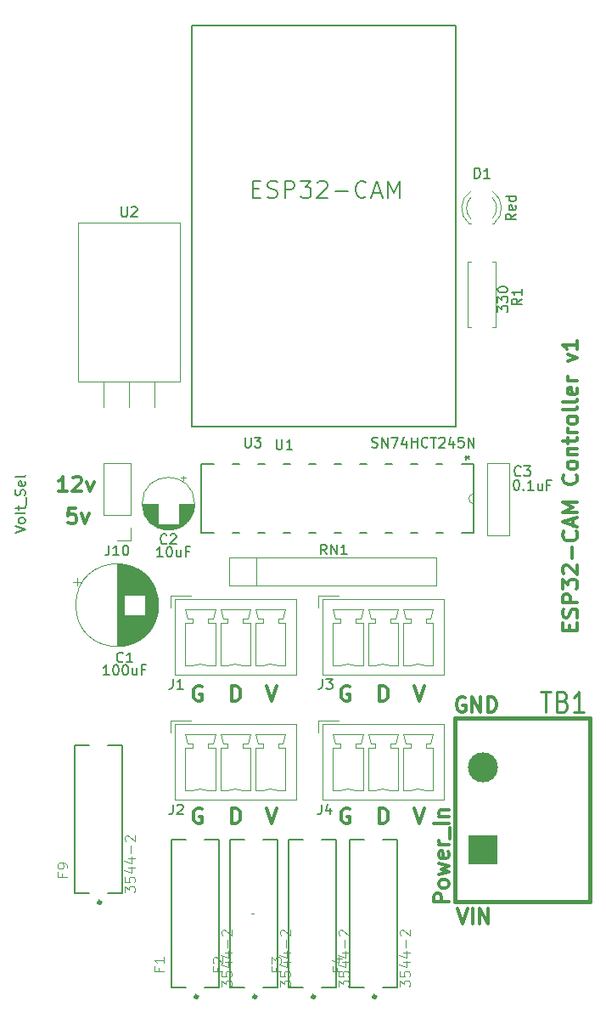
<source format=gbr>
G04 #@! TF.GenerationSoftware,KiCad,Pcbnew,(5.99.0-13060-g64f77b3596)*
G04 #@! TF.CreationDate,2021-11-07T13:08:28-05:00*
G04 #@! TF.ProjectId,ESP32_CAM_Controller,45535033-325f-4434-914d-5f436f6e7472,v1*
G04 #@! TF.SameCoordinates,Original*
G04 #@! TF.FileFunction,Legend,Top*
G04 #@! TF.FilePolarity,Positive*
%FSLAX46Y46*%
G04 Gerber Fmt 4.6, Leading zero omitted, Abs format (unit mm)*
G04 Created by KiCad (PCBNEW (5.99.0-13060-g64f77b3596)) date 2021-11-07 13:08:28*
%MOMM*%
%LPD*%
G01*
G04 APERTURE LIST*
%ADD10C,0.120000*%
%ADD11C,0.300000*%
%ADD12C,0.150000*%
%ADD13C,0.050000*%
%ADD14C,0.254000*%
%ADD15C,0.127000*%
%ADD16C,0.152400*%
%ADD17C,0.381000*%
%ADD18R,3.000000X3.000000*%
%ADD19C,3.000000*%
G04 APERTURE END LIST*
D10*
X141728000Y-124460000D02*
X141982000Y-124460000D01*
D11*
X173486857Y-96266857D02*
X173486857Y-95766857D01*
X174272571Y-95552571D02*
X174272571Y-96266857D01*
X172772571Y-96266857D01*
X172772571Y-95552571D01*
X174201142Y-94981142D02*
X174272571Y-94766857D01*
X174272571Y-94409714D01*
X174201142Y-94266857D01*
X174129714Y-94195428D01*
X173986857Y-94124000D01*
X173844000Y-94124000D01*
X173701142Y-94195428D01*
X173629714Y-94266857D01*
X173558285Y-94409714D01*
X173486857Y-94695428D01*
X173415428Y-94838285D01*
X173344000Y-94909714D01*
X173201142Y-94981142D01*
X173058285Y-94981142D01*
X172915428Y-94909714D01*
X172844000Y-94838285D01*
X172772571Y-94695428D01*
X172772571Y-94338285D01*
X172844000Y-94124000D01*
X174272571Y-93481142D02*
X172772571Y-93481142D01*
X172772571Y-92909714D01*
X172844000Y-92766857D01*
X172915428Y-92695428D01*
X173058285Y-92624000D01*
X173272571Y-92624000D01*
X173415428Y-92695428D01*
X173486857Y-92766857D01*
X173558285Y-92909714D01*
X173558285Y-93481142D01*
X172772571Y-92124000D02*
X172772571Y-91195428D01*
X173344000Y-91695428D01*
X173344000Y-91481142D01*
X173415428Y-91338285D01*
X173486857Y-91266857D01*
X173629714Y-91195428D01*
X173986857Y-91195428D01*
X174129714Y-91266857D01*
X174201142Y-91338285D01*
X174272571Y-91481142D01*
X174272571Y-91909714D01*
X174201142Y-92052571D01*
X174129714Y-92124000D01*
X172915428Y-90624000D02*
X172844000Y-90552571D01*
X172772571Y-90409714D01*
X172772571Y-90052571D01*
X172844000Y-89909714D01*
X172915428Y-89838285D01*
X173058285Y-89766857D01*
X173201142Y-89766857D01*
X173415428Y-89838285D01*
X174272571Y-90695428D01*
X174272571Y-89766857D01*
X173701142Y-89124000D02*
X173701142Y-87981142D01*
X174129714Y-86409714D02*
X174201142Y-86481142D01*
X174272571Y-86695428D01*
X174272571Y-86838285D01*
X174201142Y-87052571D01*
X174058285Y-87195428D01*
X173915428Y-87266857D01*
X173629714Y-87338285D01*
X173415428Y-87338285D01*
X173129714Y-87266857D01*
X172986857Y-87195428D01*
X172844000Y-87052571D01*
X172772571Y-86838285D01*
X172772571Y-86695428D01*
X172844000Y-86481142D01*
X172915428Y-86409714D01*
X173844000Y-85838285D02*
X173844000Y-85124000D01*
X174272571Y-85981142D02*
X172772571Y-85481142D01*
X174272571Y-84981142D01*
X174272571Y-84481142D02*
X172772571Y-84481142D01*
X173844000Y-83981142D01*
X172772571Y-83481142D01*
X174272571Y-83481142D01*
X174129714Y-80766857D02*
X174201142Y-80838285D01*
X174272571Y-81052571D01*
X174272571Y-81195428D01*
X174201142Y-81409714D01*
X174058285Y-81552571D01*
X173915428Y-81624000D01*
X173629714Y-81695428D01*
X173415428Y-81695428D01*
X173129714Y-81624000D01*
X172986857Y-81552571D01*
X172844000Y-81409714D01*
X172772571Y-81195428D01*
X172772571Y-81052571D01*
X172844000Y-80838285D01*
X172915428Y-80766857D01*
X174272571Y-79909714D02*
X174201142Y-80052571D01*
X174129714Y-80124000D01*
X173986857Y-80195428D01*
X173558285Y-80195428D01*
X173415428Y-80124000D01*
X173344000Y-80052571D01*
X173272571Y-79909714D01*
X173272571Y-79695428D01*
X173344000Y-79552571D01*
X173415428Y-79481142D01*
X173558285Y-79409714D01*
X173986857Y-79409714D01*
X174129714Y-79481142D01*
X174201142Y-79552571D01*
X174272571Y-79695428D01*
X174272571Y-79909714D01*
X173272571Y-78766857D02*
X174272571Y-78766857D01*
X173415428Y-78766857D02*
X173344000Y-78695428D01*
X173272571Y-78552571D01*
X173272571Y-78338285D01*
X173344000Y-78195428D01*
X173486857Y-78124000D01*
X174272571Y-78124000D01*
X173272571Y-77624000D02*
X173272571Y-77052571D01*
X172772571Y-77409714D02*
X174058285Y-77409714D01*
X174201142Y-77338285D01*
X174272571Y-77195428D01*
X174272571Y-77052571D01*
X174272571Y-76552571D02*
X173272571Y-76552571D01*
X173558285Y-76552571D02*
X173415428Y-76481142D01*
X173344000Y-76409714D01*
X173272571Y-76266857D01*
X173272571Y-76124000D01*
X174272571Y-75409714D02*
X174201142Y-75552571D01*
X174129714Y-75624000D01*
X173986857Y-75695428D01*
X173558285Y-75695428D01*
X173415428Y-75624000D01*
X173344000Y-75552571D01*
X173272571Y-75409714D01*
X173272571Y-75195428D01*
X173344000Y-75052571D01*
X173415428Y-74981142D01*
X173558285Y-74909714D01*
X173986857Y-74909714D01*
X174129714Y-74981142D01*
X174201142Y-75052571D01*
X174272571Y-75195428D01*
X174272571Y-75409714D01*
X174272571Y-74052571D02*
X174201142Y-74195428D01*
X174058285Y-74266857D01*
X172772571Y-74266857D01*
X174272571Y-73266857D02*
X174201142Y-73409714D01*
X174058285Y-73481142D01*
X172772571Y-73481142D01*
X174201142Y-72124000D02*
X174272571Y-72266857D01*
X174272571Y-72552571D01*
X174201142Y-72695428D01*
X174058285Y-72766857D01*
X173486857Y-72766857D01*
X173344000Y-72695428D01*
X173272571Y-72552571D01*
X173272571Y-72266857D01*
X173344000Y-72124000D01*
X173486857Y-72052571D01*
X173629714Y-72052571D01*
X173772571Y-72766857D01*
X174272571Y-71409714D02*
X173272571Y-71409714D01*
X173558285Y-71409714D02*
X173415428Y-71338285D01*
X173344000Y-71266857D01*
X173272571Y-71124000D01*
X173272571Y-70981142D01*
X173272571Y-69481142D02*
X174272571Y-69124000D01*
X173272571Y-68766857D01*
X174272571Y-67409714D02*
X174272571Y-68266857D01*
X174272571Y-67838285D02*
X172772571Y-67838285D01*
X172986857Y-67981142D01*
X173129714Y-68124000D01*
X173201142Y-68266857D01*
X154543142Y-115486571D02*
X154543142Y-113986571D01*
X154900285Y-113986571D01*
X155114571Y-114058000D01*
X155257428Y-114200857D01*
X155328857Y-114343714D01*
X155400285Y-114629428D01*
X155400285Y-114843714D01*
X155328857Y-115129428D01*
X155257428Y-115272285D01*
X155114571Y-115415142D01*
X154900285Y-115486571D01*
X154543142Y-115486571D01*
X157992000Y-101794571D02*
X158492000Y-103294571D01*
X158992000Y-101794571D01*
X151518857Y-101866000D02*
X151376000Y-101794571D01*
X151161714Y-101794571D01*
X150947428Y-101866000D01*
X150804571Y-102008857D01*
X150733142Y-102151714D01*
X150661714Y-102437428D01*
X150661714Y-102651714D01*
X150733142Y-102937428D01*
X150804571Y-103080285D01*
X150947428Y-103223142D01*
X151161714Y-103294571D01*
X151304571Y-103294571D01*
X151518857Y-103223142D01*
X151590285Y-103151714D01*
X151590285Y-102651714D01*
X151304571Y-102651714D01*
X157992000Y-113986571D02*
X158492000Y-115486571D01*
X158992000Y-113986571D01*
X143260000Y-101794571D02*
X143760000Y-103294571D01*
X144260000Y-101794571D01*
X124235714Y-84128571D02*
X123521428Y-84128571D01*
X123450000Y-84842857D01*
X123521428Y-84771428D01*
X123664285Y-84700000D01*
X124021428Y-84700000D01*
X124164285Y-84771428D01*
X124235714Y-84842857D01*
X124307142Y-84985714D01*
X124307142Y-85342857D01*
X124235714Y-85485714D01*
X124164285Y-85557142D01*
X124021428Y-85628571D01*
X123664285Y-85628571D01*
X123521428Y-85557142D01*
X123450000Y-85485714D01*
X124807142Y-84628571D02*
X125164285Y-85628571D01*
X125521428Y-84628571D01*
X151518857Y-114058000D02*
X151376000Y-113986571D01*
X151161714Y-113986571D01*
X150947428Y-114058000D01*
X150804571Y-114200857D01*
X150733142Y-114343714D01*
X150661714Y-114629428D01*
X150661714Y-114843714D01*
X150733142Y-115129428D01*
X150804571Y-115272285D01*
X150947428Y-115415142D01*
X151161714Y-115486571D01*
X151304571Y-115486571D01*
X151518857Y-115415142D01*
X151590285Y-115343714D01*
X151590285Y-114843714D01*
X151304571Y-114843714D01*
X154543142Y-103294571D02*
X154543142Y-101794571D01*
X154900285Y-101794571D01*
X155114571Y-101866000D01*
X155257428Y-102008857D01*
X155328857Y-102151714D01*
X155400285Y-102437428D01*
X155400285Y-102651714D01*
X155328857Y-102937428D01*
X155257428Y-103080285D01*
X155114571Y-103223142D01*
X154900285Y-103294571D01*
X154543142Y-103294571D01*
X123392857Y-82428571D02*
X122535714Y-82428571D01*
X122964285Y-82428571D02*
X122964285Y-80928571D01*
X122821428Y-81142857D01*
X122678571Y-81285714D01*
X122535714Y-81357142D01*
X123964285Y-81071428D02*
X124035714Y-81000000D01*
X124178571Y-80928571D01*
X124535714Y-80928571D01*
X124678571Y-81000000D01*
X124750000Y-81071428D01*
X124821428Y-81214285D01*
X124821428Y-81357142D01*
X124750000Y-81571428D01*
X123892857Y-82428571D01*
X124821428Y-82428571D01*
X125321428Y-81428571D02*
X125678571Y-82428571D01*
X126035714Y-81428571D01*
X136786857Y-101866000D02*
X136644000Y-101794571D01*
X136429714Y-101794571D01*
X136215428Y-101866000D01*
X136072571Y-102008857D01*
X136001142Y-102151714D01*
X135929714Y-102437428D01*
X135929714Y-102651714D01*
X136001142Y-102937428D01*
X136072571Y-103080285D01*
X136215428Y-103223142D01*
X136429714Y-103294571D01*
X136572571Y-103294571D01*
X136786857Y-103223142D01*
X136858285Y-103151714D01*
X136858285Y-102651714D01*
X136572571Y-102651714D01*
X139811142Y-103294571D02*
X139811142Y-101794571D01*
X140168285Y-101794571D01*
X140382571Y-101866000D01*
X140525428Y-102008857D01*
X140596857Y-102151714D01*
X140668285Y-102437428D01*
X140668285Y-102651714D01*
X140596857Y-102937428D01*
X140525428Y-103080285D01*
X140382571Y-103223142D01*
X140168285Y-103294571D01*
X139811142Y-103294571D01*
X136786857Y-114058000D02*
X136644000Y-113986571D01*
X136429714Y-113986571D01*
X136215428Y-114058000D01*
X136072571Y-114200857D01*
X136001142Y-114343714D01*
X135929714Y-114629428D01*
X135929714Y-114843714D01*
X136001142Y-115129428D01*
X136072571Y-115272285D01*
X136215428Y-115415142D01*
X136429714Y-115486571D01*
X136572571Y-115486571D01*
X136786857Y-115415142D01*
X136858285Y-115343714D01*
X136858285Y-114843714D01*
X136572571Y-114843714D01*
X143260000Y-113986571D02*
X143760000Y-115486571D01*
X144260000Y-113986571D01*
X139811142Y-115486571D02*
X139811142Y-113986571D01*
X140168285Y-113986571D01*
X140382571Y-114058000D01*
X140525428Y-114200857D01*
X140596857Y-114343714D01*
X140668285Y-114629428D01*
X140668285Y-114843714D01*
X140596857Y-115129428D01*
X140525428Y-115272285D01*
X140382571Y-115415142D01*
X140168285Y-115486571D01*
X139811142Y-115486571D01*
X162299142Y-123978571D02*
X162799142Y-125478571D01*
X163299142Y-123978571D01*
X163799142Y-125478571D02*
X163799142Y-123978571D01*
X164513428Y-125478571D02*
X164513428Y-123978571D01*
X165370571Y-125478571D01*
X165370571Y-123978571D01*
X163053142Y-102968000D02*
X162910285Y-102896571D01*
X162696000Y-102896571D01*
X162481714Y-102968000D01*
X162338857Y-103110857D01*
X162267428Y-103253714D01*
X162196000Y-103539428D01*
X162196000Y-103753714D01*
X162267428Y-104039428D01*
X162338857Y-104182285D01*
X162481714Y-104325142D01*
X162696000Y-104396571D01*
X162838857Y-104396571D01*
X163053142Y-104325142D01*
X163124571Y-104253714D01*
X163124571Y-103753714D01*
X162838857Y-103753714D01*
X163767428Y-104396571D02*
X163767428Y-102896571D01*
X164624571Y-104396571D01*
X164624571Y-102896571D01*
X165338857Y-104396571D02*
X165338857Y-102896571D01*
X165696000Y-102896571D01*
X165910285Y-102968000D01*
X166053142Y-103110857D01*
X166124571Y-103253714D01*
X166196000Y-103539428D01*
X166196000Y-103753714D01*
X166124571Y-104039428D01*
X166053142Y-104182285D01*
X165910285Y-104325142D01*
X165696000Y-104396571D01*
X165338857Y-104396571D01*
D12*
X168610333Y-80793142D02*
X168562714Y-80840761D01*
X168419857Y-80888380D01*
X168324619Y-80888380D01*
X168181761Y-80840761D01*
X168086523Y-80745523D01*
X168038904Y-80650285D01*
X167991285Y-80459809D01*
X167991285Y-80316952D01*
X168038904Y-80126476D01*
X168086523Y-80031238D01*
X168181761Y-79936000D01*
X168324619Y-79888380D01*
X168419857Y-79888380D01*
X168562714Y-79936000D01*
X168610333Y-79983619D01*
X168943666Y-79888380D02*
X169562714Y-79888380D01*
X169229380Y-80269333D01*
X169372238Y-80269333D01*
X169467476Y-80316952D01*
X169515095Y-80364571D01*
X169562714Y-80459809D01*
X169562714Y-80697904D01*
X169515095Y-80793142D01*
X169467476Y-80840761D01*
X169372238Y-80888380D01*
X169086523Y-80888380D01*
X168991285Y-80840761D01*
X168943666Y-80793142D01*
X168134142Y-81288380D02*
X168229380Y-81288380D01*
X168324619Y-81336000D01*
X168372238Y-81383619D01*
X168419857Y-81478857D01*
X168467476Y-81669333D01*
X168467476Y-81907428D01*
X168419857Y-82097904D01*
X168372238Y-82193142D01*
X168324619Y-82240761D01*
X168229380Y-82288380D01*
X168134142Y-82288380D01*
X168038904Y-82240761D01*
X167991285Y-82193142D01*
X167943666Y-82097904D01*
X167896047Y-81907428D01*
X167896047Y-81669333D01*
X167943666Y-81478857D01*
X167991285Y-81383619D01*
X168038904Y-81336000D01*
X168134142Y-81288380D01*
X168896047Y-82193142D02*
X168943666Y-82240761D01*
X168896047Y-82288380D01*
X168848428Y-82240761D01*
X168896047Y-82193142D01*
X168896047Y-82288380D01*
X169896047Y-82288380D02*
X169324619Y-82288380D01*
X169610333Y-82288380D02*
X169610333Y-81288380D01*
X169515095Y-81431238D01*
X169419857Y-81526476D01*
X169324619Y-81574095D01*
X170753190Y-81621714D02*
X170753190Y-82288380D01*
X170324619Y-81621714D02*
X170324619Y-82145523D01*
X170372238Y-82240761D01*
X170467476Y-82288380D01*
X170610333Y-82288380D01*
X170705571Y-82240761D01*
X170753190Y-82193142D01*
X171562714Y-81764571D02*
X171229380Y-81764571D01*
X171229380Y-82288380D02*
X171229380Y-81288380D01*
X171705571Y-81288380D01*
X148716666Y-113602380D02*
X148716666Y-114316666D01*
X148669047Y-114459523D01*
X148573809Y-114554761D01*
X148430952Y-114602380D01*
X148335714Y-114602380D01*
X149621428Y-113935714D02*
X149621428Y-114602380D01*
X149383333Y-113554761D02*
X149145238Y-114269047D01*
X149764285Y-114269047D01*
D13*
X138354571Y-129873333D02*
X138354571Y-130206666D01*
X138878380Y-130206666D02*
X137878380Y-130206666D01*
X137878380Y-129730476D01*
X137973619Y-129397142D02*
X137926000Y-129349523D01*
X137878380Y-129254285D01*
X137878380Y-129016190D01*
X137926000Y-128920952D01*
X137973619Y-128873333D01*
X138068857Y-128825714D01*
X138164095Y-128825714D01*
X138306952Y-128873333D01*
X138878380Y-129444761D01*
X138878380Y-128825714D01*
X144609380Y-131762142D02*
X144609380Y-131143095D01*
X144990333Y-131476428D01*
X144990333Y-131333571D01*
X145037952Y-131238333D01*
X145085571Y-131190714D01*
X145180809Y-131143095D01*
X145418904Y-131143095D01*
X145514142Y-131190714D01*
X145561761Y-131238333D01*
X145609380Y-131333571D01*
X145609380Y-131619285D01*
X145561761Y-131714523D01*
X145514142Y-131762142D01*
X144609380Y-130238333D02*
X144609380Y-130714523D01*
X145085571Y-130762142D01*
X145037952Y-130714523D01*
X144990333Y-130619285D01*
X144990333Y-130381190D01*
X145037952Y-130285952D01*
X145085571Y-130238333D01*
X145180809Y-130190714D01*
X145418904Y-130190714D01*
X145514142Y-130238333D01*
X145561761Y-130285952D01*
X145609380Y-130381190D01*
X145609380Y-130619285D01*
X145561761Y-130714523D01*
X145514142Y-130762142D01*
X144942714Y-129333571D02*
X145609380Y-129333571D01*
X144561761Y-129571666D02*
X145276047Y-129809761D01*
X145276047Y-129190714D01*
X144942714Y-128381190D02*
X145609380Y-128381190D01*
X144561761Y-128619285D02*
X145276047Y-128857380D01*
X145276047Y-128238333D01*
X145228428Y-127857380D02*
X145228428Y-127095476D01*
X144704619Y-126666904D02*
X144657000Y-126619285D01*
X144609380Y-126524047D01*
X144609380Y-126285952D01*
X144657000Y-126190714D01*
X144704619Y-126143095D01*
X144799857Y-126095476D01*
X144895095Y-126095476D01*
X145037952Y-126143095D01*
X145609380Y-126714523D01*
X145609380Y-126095476D01*
X132512571Y-129873333D02*
X132512571Y-130206666D01*
X133036380Y-130206666D02*
X132036380Y-130206666D01*
X132036380Y-129730476D01*
X133036380Y-128825714D02*
X133036380Y-129397142D01*
X133036380Y-129111428D02*
X132036380Y-129111428D01*
X132179238Y-129206666D01*
X132274476Y-129301904D01*
X132322095Y-129397142D01*
X138767380Y-131762142D02*
X138767380Y-131143095D01*
X139148333Y-131476428D01*
X139148333Y-131333571D01*
X139195952Y-131238333D01*
X139243571Y-131190714D01*
X139338809Y-131143095D01*
X139576904Y-131143095D01*
X139672142Y-131190714D01*
X139719761Y-131238333D01*
X139767380Y-131333571D01*
X139767380Y-131619285D01*
X139719761Y-131714523D01*
X139672142Y-131762142D01*
X138767380Y-130238333D02*
X138767380Y-130714523D01*
X139243571Y-130762142D01*
X139195952Y-130714523D01*
X139148333Y-130619285D01*
X139148333Y-130381190D01*
X139195952Y-130285952D01*
X139243571Y-130238333D01*
X139338809Y-130190714D01*
X139576904Y-130190714D01*
X139672142Y-130238333D01*
X139719761Y-130285952D01*
X139767380Y-130381190D01*
X139767380Y-130619285D01*
X139719761Y-130714523D01*
X139672142Y-130762142D01*
X139100714Y-129333571D02*
X139767380Y-129333571D01*
X138719761Y-129571666D02*
X139434047Y-129809761D01*
X139434047Y-129190714D01*
X139100714Y-128381190D02*
X139767380Y-128381190D01*
X138719761Y-128619285D02*
X139434047Y-128857380D01*
X139434047Y-128238333D01*
X139386428Y-127857380D02*
X139386428Y-127095476D01*
X138862619Y-126666904D02*
X138815000Y-126619285D01*
X138767380Y-126524047D01*
X138767380Y-126285952D01*
X138815000Y-126190714D01*
X138862619Y-126143095D01*
X138957857Y-126095476D01*
X139053095Y-126095476D01*
X139195952Y-126143095D01*
X139767380Y-126714523D01*
X139767380Y-126095476D01*
D12*
X133916666Y-113602380D02*
X133916666Y-114316666D01*
X133869047Y-114459523D01*
X133773809Y-114554761D01*
X133630952Y-114602380D01*
X133535714Y-114602380D01*
X134345238Y-113697619D02*
X134392857Y-113650000D01*
X134488095Y-113602380D01*
X134726190Y-113602380D01*
X134821428Y-113650000D01*
X134869047Y-113697619D01*
X134916666Y-113792857D01*
X134916666Y-113888095D01*
X134869047Y-114030952D01*
X134297619Y-114602380D01*
X134916666Y-114602380D01*
D13*
X122860571Y-120475333D02*
X122860571Y-120808666D01*
X123384380Y-120808666D02*
X122384380Y-120808666D01*
X122384380Y-120332476D01*
X123384380Y-119903904D02*
X123384380Y-119713428D01*
X123336761Y-119618190D01*
X123289142Y-119570571D01*
X123146285Y-119475333D01*
X122955809Y-119427714D01*
X122574857Y-119427714D01*
X122479619Y-119475333D01*
X122432000Y-119522952D01*
X122384380Y-119618190D01*
X122384380Y-119808666D01*
X122432000Y-119903904D01*
X122479619Y-119951523D01*
X122574857Y-119999142D01*
X122812952Y-119999142D01*
X122908190Y-119951523D01*
X122955809Y-119903904D01*
X123003428Y-119808666D01*
X123003428Y-119618190D01*
X122955809Y-119522952D01*
X122908190Y-119475333D01*
X122812952Y-119427714D01*
X129115380Y-122364142D02*
X129115380Y-121745095D01*
X129496333Y-122078428D01*
X129496333Y-121935571D01*
X129543952Y-121840333D01*
X129591571Y-121792714D01*
X129686809Y-121745095D01*
X129924904Y-121745095D01*
X130020142Y-121792714D01*
X130067761Y-121840333D01*
X130115380Y-121935571D01*
X130115380Y-122221285D01*
X130067761Y-122316523D01*
X130020142Y-122364142D01*
X129115380Y-120840333D02*
X129115380Y-121316523D01*
X129591571Y-121364142D01*
X129543952Y-121316523D01*
X129496333Y-121221285D01*
X129496333Y-120983190D01*
X129543952Y-120887952D01*
X129591571Y-120840333D01*
X129686809Y-120792714D01*
X129924904Y-120792714D01*
X130020142Y-120840333D01*
X130067761Y-120887952D01*
X130115380Y-120983190D01*
X130115380Y-121221285D01*
X130067761Y-121316523D01*
X130020142Y-121364142D01*
X129448714Y-119935571D02*
X130115380Y-119935571D01*
X129067761Y-120173666D02*
X129782047Y-120411761D01*
X129782047Y-119792714D01*
X129448714Y-118983190D02*
X130115380Y-118983190D01*
X129067761Y-119221285D02*
X129782047Y-119459380D01*
X129782047Y-118840333D01*
X129734428Y-118459380D02*
X129734428Y-117697476D01*
X129210619Y-117268904D02*
X129163000Y-117221285D01*
X129115380Y-117126047D01*
X129115380Y-116887952D01*
X129163000Y-116792714D01*
X129210619Y-116745095D01*
X129305857Y-116697476D01*
X129401095Y-116697476D01*
X129543952Y-116745095D01*
X130115380Y-117316523D01*
X130115380Y-116697476D01*
X150292571Y-129873333D02*
X150292571Y-130206666D01*
X150816380Y-130206666D02*
X149816380Y-130206666D01*
X149816380Y-129730476D01*
X150149714Y-128920952D02*
X150816380Y-128920952D01*
X149768761Y-129159047D02*
X150483047Y-129397142D01*
X150483047Y-128778095D01*
X156547380Y-131762142D02*
X156547380Y-131143095D01*
X156928333Y-131476428D01*
X156928333Y-131333571D01*
X156975952Y-131238333D01*
X157023571Y-131190714D01*
X157118809Y-131143095D01*
X157356904Y-131143095D01*
X157452142Y-131190714D01*
X157499761Y-131238333D01*
X157547380Y-131333571D01*
X157547380Y-131619285D01*
X157499761Y-131714523D01*
X157452142Y-131762142D01*
X156547380Y-130238333D02*
X156547380Y-130714523D01*
X157023571Y-130762142D01*
X156975952Y-130714523D01*
X156928333Y-130619285D01*
X156928333Y-130381190D01*
X156975952Y-130285952D01*
X157023571Y-130238333D01*
X157118809Y-130190714D01*
X157356904Y-130190714D01*
X157452142Y-130238333D01*
X157499761Y-130285952D01*
X157547380Y-130381190D01*
X157547380Y-130619285D01*
X157499761Y-130714523D01*
X157452142Y-130762142D01*
X156880714Y-129333571D02*
X157547380Y-129333571D01*
X156499761Y-129571666D02*
X157214047Y-129809761D01*
X157214047Y-129190714D01*
X156880714Y-128381190D02*
X157547380Y-128381190D01*
X156499761Y-128619285D02*
X157214047Y-128857380D01*
X157214047Y-128238333D01*
X157166428Y-127857380D02*
X157166428Y-127095476D01*
X156642619Y-126666904D02*
X156595000Y-126619285D01*
X156547380Y-126524047D01*
X156547380Y-126285952D01*
X156595000Y-126190714D01*
X156642619Y-126143095D01*
X156737857Y-126095476D01*
X156833095Y-126095476D01*
X156975952Y-126143095D01*
X157547380Y-126714523D01*
X157547380Y-126095476D01*
D12*
X128933333Y-99357142D02*
X128885714Y-99404761D01*
X128742857Y-99452380D01*
X128647619Y-99452380D01*
X128504761Y-99404761D01*
X128409523Y-99309523D01*
X128361904Y-99214285D01*
X128314285Y-99023809D01*
X128314285Y-98880952D01*
X128361904Y-98690476D01*
X128409523Y-98595238D01*
X128504761Y-98500000D01*
X128647619Y-98452380D01*
X128742857Y-98452380D01*
X128885714Y-98500000D01*
X128933333Y-98547619D01*
X129885714Y-99452380D02*
X129314285Y-99452380D01*
X129600000Y-99452380D02*
X129600000Y-98452380D01*
X129504761Y-98595238D01*
X129409523Y-98690476D01*
X129314285Y-98738095D01*
X127552380Y-100702380D02*
X126980952Y-100702380D01*
X127266666Y-100702380D02*
X127266666Y-99702380D01*
X127171428Y-99845238D01*
X127076190Y-99940476D01*
X126980952Y-99988095D01*
X128171428Y-99702380D02*
X128266666Y-99702380D01*
X128361904Y-99750000D01*
X128409523Y-99797619D01*
X128457142Y-99892857D01*
X128504761Y-100083333D01*
X128504761Y-100321428D01*
X128457142Y-100511904D01*
X128409523Y-100607142D01*
X128361904Y-100654761D01*
X128266666Y-100702380D01*
X128171428Y-100702380D01*
X128076190Y-100654761D01*
X128028571Y-100607142D01*
X127980952Y-100511904D01*
X127933333Y-100321428D01*
X127933333Y-100083333D01*
X127980952Y-99892857D01*
X128028571Y-99797619D01*
X128076190Y-99750000D01*
X128171428Y-99702380D01*
X129123809Y-99702380D02*
X129219047Y-99702380D01*
X129314285Y-99750000D01*
X129361904Y-99797619D01*
X129409523Y-99892857D01*
X129457142Y-100083333D01*
X129457142Y-100321428D01*
X129409523Y-100511904D01*
X129361904Y-100607142D01*
X129314285Y-100654761D01*
X129219047Y-100702380D01*
X129123809Y-100702380D01*
X129028571Y-100654761D01*
X128980952Y-100607142D01*
X128933333Y-100511904D01*
X128885714Y-100321428D01*
X128885714Y-100083333D01*
X128933333Y-99892857D01*
X128980952Y-99797619D01*
X129028571Y-99750000D01*
X129123809Y-99702380D01*
X130314285Y-100035714D02*
X130314285Y-100702380D01*
X129885714Y-100035714D02*
X129885714Y-100559523D01*
X129933333Y-100654761D01*
X130028571Y-100702380D01*
X130171428Y-100702380D01*
X130266666Y-100654761D01*
X130314285Y-100607142D01*
X131123809Y-100178571D02*
X130790476Y-100178571D01*
X130790476Y-100702380D02*
X130790476Y-99702380D01*
X131266666Y-99702380D01*
X133295333Y-87565142D02*
X133247714Y-87612761D01*
X133104857Y-87660380D01*
X133009619Y-87660380D01*
X132866761Y-87612761D01*
X132771523Y-87517523D01*
X132723904Y-87422285D01*
X132676285Y-87231809D01*
X132676285Y-87088952D01*
X132723904Y-86898476D01*
X132771523Y-86803238D01*
X132866761Y-86708000D01*
X133009619Y-86660380D01*
X133104857Y-86660380D01*
X133247714Y-86708000D01*
X133295333Y-86755619D01*
X133676285Y-86755619D02*
X133723904Y-86708000D01*
X133819142Y-86660380D01*
X134057238Y-86660380D01*
X134152476Y-86708000D01*
X134200095Y-86755619D01*
X134247714Y-86850857D01*
X134247714Y-86946095D01*
X134200095Y-87088952D01*
X133628666Y-87660380D01*
X134247714Y-87660380D01*
X132898571Y-88930380D02*
X132327142Y-88930380D01*
X132612857Y-88930380D02*
X132612857Y-87930380D01*
X132517619Y-88073238D01*
X132422380Y-88168476D01*
X132327142Y-88216095D01*
X133517619Y-87930380D02*
X133612857Y-87930380D01*
X133708095Y-87978000D01*
X133755714Y-88025619D01*
X133803333Y-88120857D01*
X133850952Y-88311333D01*
X133850952Y-88549428D01*
X133803333Y-88739904D01*
X133755714Y-88835142D01*
X133708095Y-88882761D01*
X133612857Y-88930380D01*
X133517619Y-88930380D01*
X133422380Y-88882761D01*
X133374761Y-88835142D01*
X133327142Y-88739904D01*
X133279523Y-88549428D01*
X133279523Y-88311333D01*
X133327142Y-88120857D01*
X133374761Y-88025619D01*
X133422380Y-87978000D01*
X133517619Y-87930380D01*
X134708095Y-88263714D02*
X134708095Y-88930380D01*
X134279523Y-88263714D02*
X134279523Y-88787523D01*
X134327142Y-88882761D01*
X134422380Y-88930380D01*
X134565238Y-88930380D01*
X134660476Y-88882761D01*
X134708095Y-88835142D01*
X135517619Y-88406571D02*
X135184285Y-88406571D01*
X135184285Y-88930380D02*
X135184285Y-87930380D01*
X135660476Y-87930380D01*
X148816666Y-101102380D02*
X148816666Y-101816666D01*
X148769047Y-101959523D01*
X148673809Y-102054761D01*
X148530952Y-102102380D01*
X148435714Y-102102380D01*
X149197619Y-101102380D02*
X149816666Y-101102380D01*
X149483333Y-101483333D01*
X149626190Y-101483333D01*
X149721428Y-101530952D01*
X149769047Y-101578571D01*
X149816666Y-101673809D01*
X149816666Y-101911904D01*
X149769047Y-102007142D01*
X149721428Y-102054761D01*
X149626190Y-102102380D01*
X149340476Y-102102380D01*
X149245238Y-102054761D01*
X149197619Y-102007142D01*
D13*
X144196571Y-129873333D02*
X144196571Y-130206666D01*
X144720380Y-130206666D02*
X143720380Y-130206666D01*
X143720380Y-129730476D01*
X143720380Y-129444761D02*
X143720380Y-128825714D01*
X144101333Y-129159047D01*
X144101333Y-129016190D01*
X144148952Y-128920952D01*
X144196571Y-128873333D01*
X144291809Y-128825714D01*
X144529904Y-128825714D01*
X144625142Y-128873333D01*
X144672761Y-128920952D01*
X144720380Y-129016190D01*
X144720380Y-129301904D01*
X144672761Y-129397142D01*
X144625142Y-129444761D01*
X150451380Y-131762142D02*
X150451380Y-131143095D01*
X150832333Y-131476428D01*
X150832333Y-131333571D01*
X150879952Y-131238333D01*
X150927571Y-131190714D01*
X151022809Y-131143095D01*
X151260904Y-131143095D01*
X151356142Y-131190714D01*
X151403761Y-131238333D01*
X151451380Y-131333571D01*
X151451380Y-131619285D01*
X151403761Y-131714523D01*
X151356142Y-131762142D01*
X150451380Y-130238333D02*
X150451380Y-130714523D01*
X150927571Y-130762142D01*
X150879952Y-130714523D01*
X150832333Y-130619285D01*
X150832333Y-130381190D01*
X150879952Y-130285952D01*
X150927571Y-130238333D01*
X151022809Y-130190714D01*
X151260904Y-130190714D01*
X151356142Y-130238333D01*
X151403761Y-130285952D01*
X151451380Y-130381190D01*
X151451380Y-130619285D01*
X151403761Y-130714523D01*
X151356142Y-130762142D01*
X150784714Y-129333571D02*
X151451380Y-129333571D01*
X150403761Y-129571666D02*
X151118047Y-129809761D01*
X151118047Y-129190714D01*
X150784714Y-128381190D02*
X151451380Y-128381190D01*
X150403761Y-128619285D02*
X151118047Y-128857380D01*
X151118047Y-128238333D01*
X151070428Y-127857380D02*
X151070428Y-127095476D01*
X150546619Y-126666904D02*
X150499000Y-126619285D01*
X150451380Y-126524047D01*
X150451380Y-126285952D01*
X150499000Y-126190714D01*
X150546619Y-126143095D01*
X150641857Y-126095476D01*
X150737095Y-126095476D01*
X150879952Y-126143095D01*
X151451380Y-126714523D01*
X151451380Y-126095476D01*
D12*
X141115095Y-77038380D02*
X141115095Y-77847904D01*
X141162714Y-77943142D01*
X141210333Y-77990761D01*
X141305571Y-78038380D01*
X141496047Y-78038380D01*
X141591285Y-77990761D01*
X141638904Y-77943142D01*
X141686523Y-77847904D01*
X141686523Y-77038380D01*
X142067476Y-77038380D02*
X142686523Y-77038380D01*
X142353190Y-77419333D01*
X142496047Y-77419333D01*
X142591285Y-77466952D01*
X142638904Y-77514571D01*
X142686523Y-77609809D01*
X142686523Y-77847904D01*
X142638904Y-77943142D01*
X142591285Y-77990761D01*
X142496047Y-78038380D01*
X142210333Y-78038380D01*
X142115095Y-77990761D01*
X142067476Y-77943142D01*
X153757952Y-77990761D02*
X153900809Y-78038380D01*
X154138904Y-78038380D01*
X154234142Y-77990761D01*
X154281761Y-77943142D01*
X154329380Y-77847904D01*
X154329380Y-77752666D01*
X154281761Y-77657428D01*
X154234142Y-77609809D01*
X154138904Y-77562190D01*
X153948428Y-77514571D01*
X153853190Y-77466952D01*
X153805571Y-77419333D01*
X153757952Y-77324095D01*
X153757952Y-77228857D01*
X153805571Y-77133619D01*
X153853190Y-77086000D01*
X153948428Y-77038380D01*
X154186523Y-77038380D01*
X154329380Y-77086000D01*
X154757952Y-78038380D02*
X154757952Y-77038380D01*
X155329380Y-78038380D01*
X155329380Y-77038380D01*
X155710333Y-77038380D02*
X156377000Y-77038380D01*
X155948428Y-78038380D01*
X157186523Y-77371714D02*
X157186523Y-78038380D01*
X156948428Y-76990761D02*
X156710333Y-77705047D01*
X157329380Y-77705047D01*
X157710333Y-78038380D02*
X157710333Y-77038380D01*
X157710333Y-77514571D02*
X158281761Y-77514571D01*
X158281761Y-78038380D02*
X158281761Y-77038380D01*
X159329380Y-77943142D02*
X159281761Y-77990761D01*
X159138904Y-78038380D01*
X159043666Y-78038380D01*
X158900809Y-77990761D01*
X158805571Y-77895523D01*
X158757952Y-77800285D01*
X158710333Y-77609809D01*
X158710333Y-77466952D01*
X158757952Y-77276476D01*
X158805571Y-77181238D01*
X158900809Y-77086000D01*
X159043666Y-77038380D01*
X159138904Y-77038380D01*
X159281761Y-77086000D01*
X159329380Y-77133619D01*
X159615095Y-77038380D02*
X160186523Y-77038380D01*
X159900809Y-78038380D02*
X159900809Y-77038380D01*
X160472238Y-77133619D02*
X160519857Y-77086000D01*
X160615095Y-77038380D01*
X160853190Y-77038380D01*
X160948428Y-77086000D01*
X160996047Y-77133619D01*
X161043666Y-77228857D01*
X161043666Y-77324095D01*
X160996047Y-77466952D01*
X160424619Y-78038380D01*
X161043666Y-78038380D01*
X161900809Y-77371714D02*
X161900809Y-78038380D01*
X161662714Y-76990761D02*
X161424619Y-77705047D01*
X162043666Y-77705047D01*
X162900809Y-77038380D02*
X162424619Y-77038380D01*
X162377000Y-77514571D01*
X162424619Y-77466952D01*
X162519857Y-77419333D01*
X162757952Y-77419333D01*
X162853190Y-77466952D01*
X162900809Y-77514571D01*
X162948428Y-77609809D01*
X162948428Y-77847904D01*
X162900809Y-77943142D01*
X162853190Y-77990761D01*
X162757952Y-78038380D01*
X162519857Y-78038380D01*
X162424619Y-77990761D01*
X162377000Y-77943142D01*
X163377000Y-78038380D02*
X163377000Y-77038380D01*
X163948428Y-78038380D01*
X163948428Y-77038380D01*
X163029380Y-79036000D02*
X163267476Y-79036000D01*
X163172238Y-79274095D02*
X163267476Y-79036000D01*
X163172238Y-78797904D01*
X163457952Y-79178857D02*
X163267476Y-79036000D01*
X163457952Y-78893142D01*
X133916666Y-101102380D02*
X133916666Y-101816666D01*
X133869047Y-101959523D01*
X133773809Y-102054761D01*
X133630952Y-102102380D01*
X133535714Y-102102380D01*
X134916666Y-102102380D02*
X134345238Y-102102380D01*
X134630952Y-102102380D02*
X134630952Y-101102380D01*
X134535714Y-101245238D01*
X134440476Y-101340476D01*
X134345238Y-101388095D01*
X149259523Y-88702380D02*
X148926190Y-88226190D01*
X148688095Y-88702380D02*
X148688095Y-87702380D01*
X149069047Y-87702380D01*
X149164285Y-87750000D01*
X149211904Y-87797619D01*
X149259523Y-87892857D01*
X149259523Y-88035714D01*
X149211904Y-88130952D01*
X149164285Y-88178571D01*
X149069047Y-88226190D01*
X148688095Y-88226190D01*
X149688095Y-88702380D02*
X149688095Y-87702380D01*
X150259523Y-88702380D01*
X150259523Y-87702380D01*
X151259523Y-88702380D02*
X150688095Y-88702380D01*
X150973809Y-88702380D02*
X150973809Y-87702380D01*
X150878571Y-87845238D01*
X150783333Y-87940476D01*
X150688095Y-87988095D01*
X164011904Y-51202380D02*
X164011904Y-50202380D01*
X164250000Y-50202380D01*
X164392857Y-50250000D01*
X164488095Y-50345238D01*
X164535714Y-50440476D01*
X164583333Y-50630952D01*
X164583333Y-50773809D01*
X164535714Y-50964285D01*
X164488095Y-51059523D01*
X164392857Y-51154761D01*
X164250000Y-51202380D01*
X164011904Y-51202380D01*
X165535714Y-51202380D02*
X164964285Y-51202380D01*
X165250000Y-51202380D02*
X165250000Y-50202380D01*
X165154761Y-50345238D01*
X165059523Y-50440476D01*
X164964285Y-50488095D01*
X168116380Y-54759428D02*
X167640190Y-55092761D01*
X168116380Y-55330857D02*
X167116380Y-55330857D01*
X167116380Y-54949904D01*
X167164000Y-54854666D01*
X167211619Y-54807047D01*
X167306857Y-54759428D01*
X167449714Y-54759428D01*
X167544952Y-54807047D01*
X167592571Y-54854666D01*
X167640190Y-54949904D01*
X167640190Y-55330857D01*
X168068761Y-53949904D02*
X168116380Y-54045142D01*
X168116380Y-54235619D01*
X168068761Y-54330857D01*
X167973523Y-54378476D01*
X167592571Y-54378476D01*
X167497333Y-54330857D01*
X167449714Y-54235619D01*
X167449714Y-54045142D01*
X167497333Y-53949904D01*
X167592571Y-53902285D01*
X167687809Y-53902285D01*
X167783047Y-54378476D01*
X168116380Y-53045142D02*
X167116380Y-53045142D01*
X168068761Y-53045142D02*
X168116380Y-53140380D01*
X168116380Y-53330857D01*
X168068761Y-53426095D01*
X168021142Y-53473714D01*
X167925904Y-53521333D01*
X167640190Y-53521333D01*
X167544952Y-53473714D01*
X167497333Y-53426095D01*
X167449714Y-53330857D01*
X167449714Y-53140380D01*
X167497333Y-53045142D01*
X168712380Y-63226666D02*
X168236190Y-63560000D01*
X168712380Y-63798095D02*
X167712380Y-63798095D01*
X167712380Y-63417142D01*
X167760000Y-63321904D01*
X167807619Y-63274285D01*
X167902857Y-63226666D01*
X168045714Y-63226666D01*
X168140952Y-63274285D01*
X168188571Y-63321904D01*
X168236190Y-63417142D01*
X168236190Y-63798095D01*
X168712380Y-62274285D02*
X168712380Y-62845714D01*
X168712380Y-62560000D02*
X167712380Y-62560000D01*
X167855238Y-62655238D01*
X167950476Y-62750476D01*
X167998095Y-62845714D01*
X166312380Y-64545714D02*
X166312380Y-63926666D01*
X166693333Y-64260000D01*
X166693333Y-64117142D01*
X166740952Y-64021904D01*
X166788571Y-63974285D01*
X166883809Y-63926666D01*
X167121904Y-63926666D01*
X167217142Y-63974285D01*
X167264761Y-64021904D01*
X167312380Y-64117142D01*
X167312380Y-64402857D01*
X167264761Y-64498095D01*
X167217142Y-64545714D01*
X166312380Y-63593333D02*
X166312380Y-62974285D01*
X166693333Y-63307619D01*
X166693333Y-63164761D01*
X166740952Y-63069523D01*
X166788571Y-63021904D01*
X166883809Y-62974285D01*
X167121904Y-62974285D01*
X167217142Y-63021904D01*
X167264761Y-63069523D01*
X167312380Y-63164761D01*
X167312380Y-63450476D01*
X167264761Y-63545714D01*
X167217142Y-63593333D01*
X166312380Y-62355238D02*
X166312380Y-62260000D01*
X166360000Y-62164761D01*
X166407619Y-62117142D01*
X166502857Y-62069523D01*
X166693333Y-62021904D01*
X166931428Y-62021904D01*
X167121904Y-62069523D01*
X167217142Y-62117142D01*
X167264761Y-62164761D01*
X167312380Y-62260000D01*
X167312380Y-62355238D01*
X167264761Y-62450476D01*
X167217142Y-62498095D01*
X167121904Y-62545714D01*
X166931428Y-62593333D01*
X166693333Y-62593333D01*
X166502857Y-62545714D01*
X166407619Y-62498095D01*
X166360000Y-62450476D01*
X166312380Y-62355238D01*
X128774095Y-54056380D02*
X128774095Y-54865904D01*
X128821714Y-54961142D01*
X128869333Y-55008761D01*
X128964571Y-55056380D01*
X129155047Y-55056380D01*
X129250285Y-55008761D01*
X129297904Y-54961142D01*
X129345523Y-54865904D01*
X129345523Y-54056380D01*
X129774095Y-54151619D02*
X129821714Y-54104000D01*
X129916952Y-54056380D01*
X130155047Y-54056380D01*
X130250285Y-54104000D01*
X130297904Y-54151619D01*
X130345523Y-54246857D01*
X130345523Y-54342095D01*
X130297904Y-54484952D01*
X129726476Y-55056380D01*
X130345523Y-55056380D01*
X127540476Y-87782380D02*
X127540476Y-88496666D01*
X127492857Y-88639523D01*
X127397619Y-88734761D01*
X127254761Y-88782380D01*
X127159523Y-88782380D01*
X128540476Y-88782380D02*
X127969047Y-88782380D01*
X128254761Y-88782380D02*
X128254761Y-87782380D01*
X128159523Y-87925238D01*
X128064285Y-88020476D01*
X127969047Y-88068095D01*
X129159523Y-87782380D02*
X129254761Y-87782380D01*
X129350000Y-87830000D01*
X129397619Y-87877619D01*
X129445238Y-87972857D01*
X129492857Y-88163333D01*
X129492857Y-88401428D01*
X129445238Y-88591904D01*
X129397619Y-88687142D01*
X129350000Y-88734761D01*
X129254761Y-88782380D01*
X129159523Y-88782380D01*
X129064285Y-88734761D01*
X129016666Y-88687142D01*
X128969047Y-88591904D01*
X128921428Y-88401428D01*
X128921428Y-88163333D01*
X128969047Y-87972857D01*
X129016666Y-87877619D01*
X129064285Y-87830000D01*
X129159523Y-87782380D01*
X118182380Y-86532952D02*
X119182380Y-86199619D01*
X118182380Y-85866285D01*
X119182380Y-85390095D02*
X119134761Y-85485333D01*
X119087142Y-85532952D01*
X118991904Y-85580571D01*
X118706190Y-85580571D01*
X118610952Y-85532952D01*
X118563333Y-85485333D01*
X118515714Y-85390095D01*
X118515714Y-85247238D01*
X118563333Y-85152000D01*
X118610952Y-85104380D01*
X118706190Y-85056761D01*
X118991904Y-85056761D01*
X119087142Y-85104380D01*
X119134761Y-85152000D01*
X119182380Y-85247238D01*
X119182380Y-85390095D01*
X119182380Y-84485333D02*
X119134761Y-84580571D01*
X119039523Y-84628190D01*
X118182380Y-84628190D01*
X118515714Y-84247238D02*
X118515714Y-83866285D01*
X118182380Y-84104380D02*
X119039523Y-84104380D01*
X119134761Y-84056761D01*
X119182380Y-83961523D01*
X119182380Y-83866285D01*
X119277619Y-83771047D02*
X119277619Y-83009142D01*
X119134761Y-82818666D02*
X119182380Y-82675809D01*
X119182380Y-82437714D01*
X119134761Y-82342476D01*
X119087142Y-82294857D01*
X118991904Y-82247238D01*
X118896666Y-82247238D01*
X118801428Y-82294857D01*
X118753809Y-82342476D01*
X118706190Y-82437714D01*
X118658571Y-82628190D01*
X118610952Y-82723428D01*
X118563333Y-82771047D01*
X118468095Y-82818666D01*
X118372857Y-82818666D01*
X118277619Y-82771047D01*
X118230000Y-82723428D01*
X118182380Y-82628190D01*
X118182380Y-82390095D01*
X118230000Y-82247238D01*
X119134761Y-81437714D02*
X119182380Y-81532952D01*
X119182380Y-81723428D01*
X119134761Y-81818666D01*
X119039523Y-81866285D01*
X118658571Y-81866285D01*
X118563333Y-81818666D01*
X118515714Y-81723428D01*
X118515714Y-81532952D01*
X118563333Y-81437714D01*
X118658571Y-81390095D01*
X118753809Y-81390095D01*
X118849047Y-81866285D01*
X119182380Y-80818666D02*
X119134761Y-80913904D01*
X119039523Y-80961523D01*
X118182380Y-80961523D01*
D14*
X170588333Y-102351238D02*
X171604333Y-102351238D01*
X171096333Y-104383238D02*
X171096333Y-102351238D01*
X172789666Y-103318857D02*
X173043666Y-103415619D01*
X173128333Y-103512380D01*
X173213000Y-103705904D01*
X173213000Y-103996190D01*
X173128333Y-104189714D01*
X173043666Y-104286476D01*
X172874333Y-104383238D01*
X172197000Y-104383238D01*
X172197000Y-102351238D01*
X172789666Y-102351238D01*
X172959000Y-102448000D01*
X173043666Y-102544761D01*
X173128333Y-102738285D01*
X173128333Y-102931809D01*
X173043666Y-103125333D01*
X172959000Y-103222095D01*
X172789666Y-103318857D01*
X172197000Y-103318857D01*
X174906333Y-104383238D02*
X173890333Y-104383238D01*
X174398333Y-104383238D02*
X174398333Y-102351238D01*
X174229000Y-102641523D01*
X174059666Y-102835047D01*
X173890333Y-102931809D01*
D11*
X161428571Y-123321428D02*
X159928571Y-123321428D01*
X159928571Y-122750000D01*
X160000000Y-122607142D01*
X160071428Y-122535714D01*
X160214285Y-122464285D01*
X160428571Y-122464285D01*
X160571428Y-122535714D01*
X160642857Y-122607142D01*
X160714285Y-122750000D01*
X160714285Y-123321428D01*
X161428571Y-121607142D02*
X161357142Y-121750000D01*
X161285714Y-121821428D01*
X161142857Y-121892857D01*
X160714285Y-121892857D01*
X160571428Y-121821428D01*
X160500000Y-121750000D01*
X160428571Y-121607142D01*
X160428571Y-121392857D01*
X160500000Y-121250000D01*
X160571428Y-121178571D01*
X160714285Y-121107142D01*
X161142857Y-121107142D01*
X161285714Y-121178571D01*
X161357142Y-121250000D01*
X161428571Y-121392857D01*
X161428571Y-121607142D01*
X160428571Y-120607142D02*
X161428571Y-120321428D01*
X160714285Y-120035714D01*
X161428571Y-119750000D01*
X160428571Y-119464285D01*
X161357142Y-118321428D02*
X161428571Y-118464285D01*
X161428571Y-118750000D01*
X161357142Y-118892857D01*
X161214285Y-118964285D01*
X160642857Y-118964285D01*
X160500000Y-118892857D01*
X160428571Y-118750000D01*
X160428571Y-118464285D01*
X160500000Y-118321428D01*
X160642857Y-118250000D01*
X160785714Y-118250000D01*
X160928571Y-118964285D01*
X161428571Y-117607142D02*
X160428571Y-117607142D01*
X160714285Y-117607142D02*
X160571428Y-117535714D01*
X160500000Y-117464285D01*
X160428571Y-117321428D01*
X160428571Y-117178571D01*
X161571428Y-117035714D02*
X161571428Y-115892857D01*
X161428571Y-115535714D02*
X159928571Y-115535714D01*
X160428571Y-114821428D02*
X161428571Y-114821428D01*
X160571428Y-114821428D02*
X160500000Y-114750000D01*
X160428571Y-114607142D01*
X160428571Y-114392857D01*
X160500000Y-114250000D01*
X160642857Y-114178571D01*
X161428571Y-114178571D01*
D12*
X144246095Y-77221380D02*
X144246095Y-78030904D01*
X144293714Y-78126142D01*
X144341333Y-78173761D01*
X144436571Y-78221380D01*
X144627047Y-78221380D01*
X144722285Y-78173761D01*
X144769904Y-78126142D01*
X144817523Y-78030904D01*
X144817523Y-77221380D01*
X145817523Y-78221380D02*
X145246095Y-78221380D01*
X145531809Y-78221380D02*
X145531809Y-77221380D01*
X145436571Y-77364238D01*
X145341333Y-77459476D01*
X145246095Y-77507095D01*
X141879523Y-52287142D02*
X142452857Y-52287142D01*
X142698571Y-53188095D02*
X141879523Y-53188095D01*
X141879523Y-51468095D01*
X142698571Y-51468095D01*
X143353809Y-53106190D02*
X143599523Y-53188095D01*
X144009047Y-53188095D01*
X144172857Y-53106190D01*
X144254761Y-53024285D01*
X144336666Y-52860476D01*
X144336666Y-52696666D01*
X144254761Y-52532857D01*
X144172857Y-52450952D01*
X144009047Y-52369047D01*
X143681428Y-52287142D01*
X143517619Y-52205238D01*
X143435714Y-52123333D01*
X143353809Y-51959523D01*
X143353809Y-51795714D01*
X143435714Y-51631904D01*
X143517619Y-51550000D01*
X143681428Y-51468095D01*
X144090952Y-51468095D01*
X144336666Y-51550000D01*
X145073809Y-53188095D02*
X145073809Y-51468095D01*
X145729047Y-51468095D01*
X145892857Y-51550000D01*
X145974761Y-51631904D01*
X146056666Y-51795714D01*
X146056666Y-52041428D01*
X145974761Y-52205238D01*
X145892857Y-52287142D01*
X145729047Y-52369047D01*
X145073809Y-52369047D01*
X146630000Y-51468095D02*
X147694761Y-51468095D01*
X147121428Y-52123333D01*
X147367142Y-52123333D01*
X147530952Y-52205238D01*
X147612857Y-52287142D01*
X147694761Y-52450952D01*
X147694761Y-52860476D01*
X147612857Y-53024285D01*
X147530952Y-53106190D01*
X147367142Y-53188095D01*
X146875714Y-53188095D01*
X146711904Y-53106190D01*
X146630000Y-53024285D01*
X148350000Y-51631904D02*
X148431904Y-51550000D01*
X148595714Y-51468095D01*
X149005238Y-51468095D01*
X149169047Y-51550000D01*
X149250952Y-51631904D01*
X149332857Y-51795714D01*
X149332857Y-51959523D01*
X149250952Y-52205238D01*
X148268095Y-53188095D01*
X149332857Y-53188095D01*
X150070000Y-52532857D02*
X151380476Y-52532857D01*
X153182380Y-53024285D02*
X153100476Y-53106190D01*
X152854761Y-53188095D01*
X152690952Y-53188095D01*
X152445238Y-53106190D01*
X152281428Y-52942380D01*
X152199523Y-52778571D01*
X152117619Y-52450952D01*
X152117619Y-52205238D01*
X152199523Y-51877619D01*
X152281428Y-51713809D01*
X152445238Y-51550000D01*
X152690952Y-51468095D01*
X152854761Y-51468095D01*
X153100476Y-51550000D01*
X153182380Y-51631904D01*
X153837619Y-52696666D02*
X154656666Y-52696666D01*
X153673809Y-53188095D02*
X154247142Y-51468095D01*
X154820476Y-53188095D01*
X155393809Y-53188095D02*
X155393809Y-51468095D01*
X155967142Y-52696666D01*
X156540476Y-51468095D01*
X156540476Y-53188095D01*
D10*
X165235000Y-86804000D02*
X165235000Y-79564000D01*
X165235000Y-79564000D02*
X167475000Y-79564000D01*
X167475000Y-86804000D02*
X167475000Y-79564000D01*
X165235000Y-86804000D02*
X167475000Y-86804000D01*
X159880000Y-107932000D02*
X159880000Y-112232000D01*
X148430000Y-106482000D02*
X148430000Y-105232000D01*
X156880000Y-106582000D02*
X159880000Y-106582000D01*
X157630000Y-107932000D02*
X157630000Y-107582000D01*
X156130000Y-107582000D02*
X155630000Y-107582000D01*
X154130000Y-107932000D02*
X154130000Y-107582000D01*
X160940000Y-113092000D02*
X160940000Y-105622000D01*
X149880000Y-107932000D02*
X150630000Y-107932000D01*
X149880000Y-106582000D02*
X152880000Y-106582000D01*
X154130000Y-107582000D02*
X153630000Y-107582000D01*
X148820000Y-105622000D02*
X148820000Y-113092000D01*
X156380000Y-112232000D02*
X155630000Y-112232000D01*
X153630000Y-107582000D02*
X153380000Y-106582000D01*
X156380000Y-106582000D02*
X156130000Y-107582000D01*
X152130000Y-107582000D02*
X152130000Y-107932000D01*
X153380000Y-112232000D02*
X153380000Y-107932000D01*
X157630000Y-112232000D02*
X156880000Y-112232000D01*
X159880000Y-112232000D02*
X159130000Y-112232000D01*
X152130000Y-107932000D02*
X152880000Y-107932000D01*
X152630000Y-107582000D02*
X152130000Y-107582000D01*
X155630000Y-107932000D02*
X156380000Y-107932000D01*
X156380000Y-107932000D02*
X156380000Y-112232000D01*
X159130000Y-107582000D02*
X159130000Y-107932000D01*
X148820000Y-113092000D02*
X160940000Y-113092000D01*
X149880000Y-112232000D02*
X149880000Y-107932000D01*
X156880000Y-112232000D02*
X156880000Y-107932000D01*
X157130000Y-107582000D02*
X156880000Y-106582000D01*
X159880000Y-106582000D02*
X159630000Y-107582000D01*
X152880000Y-112232000D02*
X152130000Y-112232000D01*
X160940000Y-105622000D02*
X148820000Y-105622000D01*
X153380000Y-107932000D02*
X154130000Y-107932000D01*
X159130000Y-107932000D02*
X159880000Y-107932000D01*
X148430000Y-105232000D02*
X150430000Y-105232000D01*
X153380000Y-106582000D02*
X156380000Y-106582000D01*
X157630000Y-107582000D02*
X157130000Y-107582000D01*
X155630000Y-107582000D02*
X155630000Y-107932000D01*
X150630000Y-112232000D02*
X149880000Y-112232000D01*
X159630000Y-107582000D02*
X159130000Y-107582000D01*
X150630000Y-107582000D02*
X150130000Y-107582000D01*
X150130000Y-107582000D02*
X149880000Y-106582000D01*
X154130000Y-112232000D02*
X153380000Y-112232000D01*
X152880000Y-107932000D02*
X152880000Y-112232000D01*
X156880000Y-107932000D02*
X157630000Y-107932000D01*
X150630000Y-107932000D02*
X150630000Y-107582000D01*
X152880000Y-106582000D02*
X152630000Y-107582000D01*
X155629647Y-112231844D02*
G75*
G03*
X154130000Y-112232000I-749647J-1700162D01*
G01*
X152129647Y-112231844D02*
G75*
G03*
X150630000Y-112232000I-749647J-1700162D01*
G01*
X159129647Y-112231844D02*
G75*
G03*
X157630000Y-112232000I-749647J-1700162D01*
G01*
D15*
X139582000Y-117110000D02*
X141032000Y-117110000D01*
X139582000Y-131810000D02*
X141032000Y-131810000D01*
X139582000Y-131810000D02*
X139582000Y-117110000D01*
X142932000Y-117110000D02*
X144382000Y-117110000D01*
X142932000Y-131810000D02*
X144382000Y-131810000D01*
X144382000Y-117110000D02*
X144382000Y-131810000D01*
D11*
X142223420Y-132760000D02*
G75*
G03*
X142223420Y-132760000I-141420J0D01*
G01*
D15*
X137090000Y-117110000D02*
X138540000Y-117110000D01*
X138540000Y-117110000D02*
X138540000Y-131810000D01*
X133740000Y-131810000D02*
X135190000Y-131810000D01*
X133740000Y-131810000D02*
X133740000Y-117110000D01*
X137090000Y-131810000D02*
X138540000Y-131810000D01*
X133740000Y-117110000D02*
X135190000Y-117110000D01*
D11*
X136381420Y-132760000D02*
G75*
G03*
X136381420Y-132760000I-141420J0D01*
G01*
D10*
X133698000Y-106482000D02*
X133698000Y-105232000D01*
X144898000Y-107582000D02*
X144398000Y-107582000D01*
X142898000Y-107582000D02*
X142398000Y-107582000D01*
X137398000Y-107582000D02*
X137398000Y-107932000D01*
X137898000Y-107582000D02*
X137398000Y-107582000D01*
X133698000Y-105232000D02*
X135698000Y-105232000D01*
X139398000Y-107582000D02*
X138898000Y-107582000D01*
X142898000Y-112232000D02*
X142148000Y-112232000D01*
X135898000Y-107932000D02*
X135898000Y-107582000D01*
X145148000Y-112232000D02*
X144398000Y-112232000D01*
X138648000Y-107932000D02*
X139398000Y-107932000D01*
X144398000Y-107582000D02*
X144398000Y-107932000D01*
X142148000Y-112232000D02*
X142148000Y-107932000D01*
X146208000Y-113092000D02*
X146208000Y-105622000D01*
X135898000Y-107582000D02*
X135398000Y-107582000D01*
X138648000Y-106582000D02*
X141648000Y-106582000D01*
X141648000Y-112232000D02*
X140898000Y-112232000D01*
X138148000Y-112232000D02*
X137398000Y-112232000D01*
X142398000Y-107582000D02*
X142148000Y-106582000D01*
X141648000Y-107932000D02*
X141648000Y-112232000D01*
X135148000Y-107932000D02*
X135898000Y-107932000D01*
X142148000Y-106582000D02*
X145148000Y-106582000D01*
X140898000Y-107582000D02*
X140898000Y-107932000D01*
X142898000Y-107932000D02*
X142898000Y-107582000D01*
X134088000Y-105622000D02*
X134088000Y-113092000D01*
X134088000Y-113092000D02*
X146208000Y-113092000D01*
X138148000Y-106582000D02*
X137898000Y-107582000D01*
X145148000Y-107932000D02*
X145148000Y-112232000D01*
X141398000Y-107582000D02*
X140898000Y-107582000D01*
X139398000Y-112232000D02*
X138648000Y-112232000D01*
X139398000Y-107932000D02*
X139398000Y-107582000D01*
X138148000Y-107932000D02*
X138148000Y-112232000D01*
X135398000Y-107582000D02*
X135148000Y-106582000D01*
X144398000Y-107932000D02*
X145148000Y-107932000D01*
X138648000Y-112232000D02*
X138648000Y-107932000D01*
X135898000Y-112232000D02*
X135148000Y-112232000D01*
X145148000Y-106582000D02*
X144898000Y-107582000D01*
X138898000Y-107582000D02*
X138648000Y-106582000D01*
X135148000Y-106582000D02*
X138148000Y-106582000D01*
X137398000Y-107932000D02*
X138148000Y-107932000D01*
X146208000Y-105622000D02*
X134088000Y-105622000D01*
X141648000Y-106582000D02*
X141398000Y-107582000D01*
X142148000Y-107932000D02*
X142898000Y-107932000D01*
X135148000Y-112232000D02*
X135148000Y-107932000D01*
X140898000Y-107932000D02*
X141648000Y-107932000D01*
X144397647Y-112231844D02*
G75*
G03*
X142898000Y-112232000I-749647J-1700162D01*
G01*
X137397647Y-112231844D02*
G75*
G03*
X135898000Y-112232000I-749647J-1700162D01*
G01*
X140897647Y-112231844D02*
G75*
G03*
X139398000Y-112232000I-749647J-1700162D01*
G01*
D15*
X127438000Y-107712000D02*
X128888000Y-107712000D01*
X124088000Y-122412000D02*
X124088000Y-107712000D01*
X128888000Y-107712000D02*
X128888000Y-122412000D01*
X124088000Y-122412000D02*
X125538000Y-122412000D01*
X124088000Y-107712000D02*
X125538000Y-107712000D01*
X127438000Y-122412000D02*
X128888000Y-122412000D01*
D11*
X126729420Y-123362000D02*
G75*
G03*
X126729420Y-123362000I-141420J0D01*
G01*
D15*
X154870000Y-131810000D02*
X156320000Y-131810000D01*
X156320000Y-117110000D02*
X156320000Y-131810000D01*
X151520000Y-131810000D02*
X152970000Y-131810000D01*
X151520000Y-131810000D02*
X151520000Y-117110000D01*
X151520000Y-117110000D02*
X152970000Y-117110000D01*
X154870000Y-117110000D02*
X156320000Y-117110000D01*
D11*
X154161420Y-132760000D02*
G75*
G03*
X154161420Y-132760000I-141420J0D01*
G01*
D10*
X128670000Y-89682000D02*
X128670000Y-97818000D01*
X132071000Y-92019000D02*
X132071000Y-95481000D01*
X129711000Y-89900000D02*
X129711000Y-92710000D01*
X123940302Y-91435000D02*
X124740302Y-91435000D01*
X131791000Y-91522000D02*
X131791000Y-95978000D01*
X130911000Y-90561000D02*
X130911000Y-92710000D01*
X129671000Y-89887000D02*
X129671000Y-92710000D01*
X130671000Y-90385000D02*
X130671000Y-92710000D01*
X129631000Y-94790000D02*
X129631000Y-97627000D01*
X131951000Y-91786000D02*
X131951000Y-95714000D01*
X132431000Y-93217000D02*
X132431000Y-94283000D01*
X130471000Y-90257000D02*
X130471000Y-92710000D01*
X129951000Y-89993000D02*
X129951000Y-92710000D01*
X129151000Y-94790000D02*
X129151000Y-97752000D01*
X128750000Y-89689000D02*
X128750000Y-97811000D01*
X130271000Y-94790000D02*
X130271000Y-97356000D01*
X131271000Y-90883000D02*
X131271000Y-96617000D01*
X131391000Y-91009000D02*
X131391000Y-96491000D01*
X130311000Y-94790000D02*
X130311000Y-97334000D01*
X128550000Y-89674000D02*
X128550000Y-97826000D01*
X130551000Y-94790000D02*
X130551000Y-97194000D01*
X132151000Y-92198000D02*
X132151000Y-95302000D01*
X130951000Y-90594000D02*
X130951000Y-92710000D01*
X129751000Y-89915000D02*
X129751000Y-92710000D01*
X129671000Y-94790000D02*
X129671000Y-97613000D01*
X129831000Y-94790000D02*
X129831000Y-97555000D01*
X130951000Y-94790000D02*
X130951000Y-96906000D01*
X130031000Y-90028000D02*
X130031000Y-92710000D01*
X131151000Y-90767000D02*
X131151000Y-96733000D01*
X129191000Y-94790000D02*
X129191000Y-97744000D01*
X130791000Y-94790000D02*
X130791000Y-97030000D01*
X130751000Y-90441000D02*
X130751000Y-92710000D01*
X132111000Y-92105000D02*
X132111000Y-95395000D01*
X129511000Y-94790000D02*
X129511000Y-97664000D01*
X130591000Y-90332000D02*
X130591000Y-92710000D01*
X131111000Y-90731000D02*
X131111000Y-92710000D01*
X130191000Y-90103000D02*
X130191000Y-92710000D01*
X130511000Y-94790000D02*
X130511000Y-97219000D01*
X129551000Y-89848000D02*
X129551000Y-92710000D01*
X130551000Y-90306000D02*
X130551000Y-92710000D01*
X131071000Y-90695000D02*
X131071000Y-92710000D01*
X131591000Y-91245000D02*
X131591000Y-96255000D01*
X129911000Y-94790000D02*
X129911000Y-97524000D01*
X128910000Y-89708000D02*
X128910000Y-97792000D01*
X131191000Y-90805000D02*
X131191000Y-96695000D01*
X130231000Y-90123000D02*
X130231000Y-92710000D01*
X130831000Y-90500000D02*
X130831000Y-92710000D01*
X131911000Y-91716000D02*
X131911000Y-95784000D01*
X129871000Y-94790000D02*
X129871000Y-97540000D01*
X129271000Y-89774000D02*
X129271000Y-92710000D01*
X131111000Y-94790000D02*
X131111000Y-96769000D01*
X129511000Y-89836000D02*
X129511000Y-92710000D01*
X130351000Y-94790000D02*
X130351000Y-97312000D01*
X131751000Y-91463000D02*
X131751000Y-96037000D01*
X129471000Y-94790000D02*
X129471000Y-97675000D01*
X132231000Y-92404000D02*
X132231000Y-95096000D01*
X131031000Y-94790000D02*
X131031000Y-96840000D01*
X129311000Y-89783000D02*
X129311000Y-92710000D01*
X130671000Y-94790000D02*
X130671000Y-97115000D01*
X130751000Y-94790000D02*
X130751000Y-97059000D01*
X130791000Y-90470000D02*
X130791000Y-92710000D01*
X130871000Y-90530000D02*
X130871000Y-92710000D01*
X129591000Y-94790000D02*
X129591000Y-97639000D01*
X129351000Y-89793000D02*
X129351000Y-92710000D01*
X129591000Y-89861000D02*
X129591000Y-92710000D01*
X129071000Y-94790000D02*
X129071000Y-97767000D01*
X129311000Y-94790000D02*
X129311000Y-97717000D01*
X130991000Y-90626000D02*
X130991000Y-92710000D01*
X130191000Y-94790000D02*
X130191000Y-97397000D01*
X128390000Y-89670000D02*
X128390000Y-97830000D01*
X131631000Y-91296000D02*
X131631000Y-96204000D01*
X129271000Y-94790000D02*
X129271000Y-97726000D01*
X130991000Y-94790000D02*
X130991000Y-96874000D01*
X129951000Y-94790000D02*
X129951000Y-97507000D01*
X129151000Y-89748000D02*
X129151000Y-92710000D01*
X131471000Y-91099000D02*
X131471000Y-96401000D01*
X131511000Y-91146000D02*
X131511000Y-96354000D01*
X132271000Y-92521000D02*
X132271000Y-94979000D01*
X129071000Y-89733000D02*
X129071000Y-92710000D01*
X132391000Y-92982000D02*
X132391000Y-94518000D01*
X131351000Y-90966000D02*
X131351000Y-96534000D01*
X129791000Y-94790000D02*
X129791000Y-97571000D01*
X130351000Y-90188000D02*
X130351000Y-92710000D01*
X130151000Y-94790000D02*
X130151000Y-97416000D01*
X130511000Y-90281000D02*
X130511000Y-92710000D01*
X131831000Y-91584000D02*
X131831000Y-95916000D01*
X130391000Y-94790000D02*
X130391000Y-97290000D01*
X130831000Y-94790000D02*
X130831000Y-97000000D01*
X132351000Y-92802000D02*
X132351000Y-94698000D01*
X128470000Y-89671000D02*
X128470000Y-97829000D01*
X129030000Y-89726000D02*
X129030000Y-97774000D01*
X130071000Y-90046000D02*
X130071000Y-92710000D01*
X130071000Y-94790000D02*
X130071000Y-97454000D01*
X129431000Y-94790000D02*
X129431000Y-97686000D01*
X128950000Y-89713000D02*
X128950000Y-97787000D01*
X129471000Y-89825000D02*
X129471000Y-92710000D01*
X131031000Y-90660000D02*
X131031000Y-92710000D01*
X124340302Y-91035000D02*
X124340302Y-91835000D01*
X130471000Y-94790000D02*
X130471000Y-97243000D01*
X129911000Y-89976000D02*
X129911000Y-92710000D01*
X131711000Y-91405000D02*
X131711000Y-96095000D01*
X129231000Y-89765000D02*
X129231000Y-92710000D01*
X132031000Y-91937000D02*
X132031000Y-95563000D01*
X130871000Y-94790000D02*
X130871000Y-96970000D01*
X129551000Y-94790000D02*
X129551000Y-97652000D01*
X131671000Y-91350000D02*
X131671000Y-96150000D01*
X129751000Y-94790000D02*
X129751000Y-97585000D01*
X128350000Y-89670000D02*
X128350000Y-97830000D01*
X130271000Y-90144000D02*
X130271000Y-92710000D01*
X128990000Y-89720000D02*
X128990000Y-97780000D01*
X129391000Y-94790000D02*
X129391000Y-97697000D01*
X129871000Y-89960000D02*
X129871000Y-92710000D01*
X132191000Y-92297000D02*
X132191000Y-95203000D01*
X130631000Y-94790000D02*
X130631000Y-97142000D01*
X129991000Y-90010000D02*
X129991000Y-92710000D01*
X128830000Y-89698000D02*
X128830000Y-97802000D01*
X130631000Y-90358000D02*
X130631000Y-92710000D01*
X130911000Y-94790000D02*
X130911000Y-96939000D01*
X128710000Y-89685000D02*
X128710000Y-97815000D01*
X130151000Y-90084000D02*
X130151000Y-92710000D01*
X130431000Y-94790000D02*
X130431000Y-97267000D01*
X129351000Y-94790000D02*
X129351000Y-97707000D01*
X129191000Y-89756000D02*
X129191000Y-92710000D01*
X130431000Y-90233000D02*
X130431000Y-92710000D01*
X130111000Y-90064000D02*
X130111000Y-92710000D01*
X129711000Y-94790000D02*
X129711000Y-97600000D01*
X129111000Y-89740000D02*
X129111000Y-92710000D01*
X128870000Y-89702000D02*
X128870000Y-97798000D01*
X130711000Y-94790000D02*
X130711000Y-97088000D01*
X131071000Y-94790000D02*
X131071000Y-96805000D01*
X128790000Y-89693000D02*
X128790000Y-97807000D01*
X129791000Y-89929000D02*
X129791000Y-92710000D01*
X130031000Y-94790000D02*
X130031000Y-97472000D01*
X129831000Y-89945000D02*
X129831000Y-92710000D01*
X128630000Y-89679000D02*
X128630000Y-97821000D01*
X129391000Y-89803000D02*
X129391000Y-92710000D01*
X129991000Y-94790000D02*
X129991000Y-97490000D01*
X129231000Y-94790000D02*
X129231000Y-97735000D01*
X132311000Y-92652000D02*
X132311000Y-94848000D01*
X131231000Y-90843000D02*
X131231000Y-96657000D01*
X130231000Y-94790000D02*
X130231000Y-97377000D01*
X128430000Y-89670000D02*
X128430000Y-97830000D01*
X128510000Y-89673000D02*
X128510000Y-97827000D01*
X130311000Y-90166000D02*
X130311000Y-92710000D01*
X131991000Y-91860000D02*
X131991000Y-95640000D01*
X130711000Y-90412000D02*
X130711000Y-92710000D01*
X130111000Y-94790000D02*
X130111000Y-97436000D01*
X128590000Y-89676000D02*
X128590000Y-97824000D01*
X131871000Y-91648000D02*
X131871000Y-95852000D01*
X131311000Y-90924000D02*
X131311000Y-96576000D01*
X131431000Y-91053000D02*
X131431000Y-96447000D01*
X129431000Y-89814000D02*
X129431000Y-92710000D01*
X129111000Y-94790000D02*
X129111000Y-97760000D01*
X130591000Y-94790000D02*
X130591000Y-97168000D01*
X130391000Y-90210000D02*
X130391000Y-92710000D01*
X131551000Y-91194000D02*
X131551000Y-96306000D01*
X129631000Y-89873000D02*
X129631000Y-92710000D01*
X132470000Y-93750000D02*
G75*
G03*
X132470000Y-93750000I-4120000J0D01*
G01*
X135466000Y-85277000D02*
X134502000Y-85277000D01*
X135890000Y-84517000D02*
X134502000Y-84517000D01*
X135288000Y-85477000D02*
X134502000Y-85477000D01*
X135611000Y-85077000D02*
X134502000Y-85077000D01*
X132422000Y-84477000D02*
X131020000Y-84477000D01*
X132422000Y-83916000D02*
X130897000Y-83916000D01*
X132422000Y-85397000D02*
X131561000Y-85397000D01*
X132422000Y-84196000D02*
X130942000Y-84196000D01*
X132422000Y-84076000D02*
X130919000Y-84076000D01*
X134845000Y-85837000D02*
X132079000Y-85837000D01*
X132422000Y-83796000D02*
X130886000Y-83796000D01*
X132422000Y-83676000D02*
X130882000Y-83676000D01*
X132422000Y-85037000D02*
X131287000Y-85037000D01*
X135527000Y-85197000D02*
X134502000Y-85197000D01*
X132422000Y-84837000D02*
X131172000Y-84837000D01*
X135860000Y-84597000D02*
X134502000Y-84597000D01*
X135326000Y-85437000D02*
X134502000Y-85437000D01*
X132422000Y-84597000D02*
X131064000Y-84597000D01*
X135772000Y-84797000D02*
X134502000Y-84797000D01*
X132422000Y-84677000D02*
X131097000Y-84677000D01*
X132422000Y-84717000D02*
X131114000Y-84717000D01*
X135161000Y-85597000D02*
X134502000Y-85597000D01*
X132422000Y-84877000D02*
X131194000Y-84877000D01*
X134139000Y-86157000D02*
X132785000Y-86157000D01*
X135557000Y-85157000D02*
X134502000Y-85157000D01*
X135998000Y-84116000D02*
X134502000Y-84116000D01*
X132422000Y-84316000D02*
X130971000Y-84316000D01*
X132422000Y-85357000D02*
X131525000Y-85357000D01*
X135844000Y-84637000D02*
X134502000Y-84637000D01*
X132422000Y-84236000D02*
X130951000Y-84236000D01*
X132422000Y-83876000D02*
X130893000Y-83876000D01*
X135584000Y-85117000D02*
X134502000Y-85117000D01*
X134937000Y-80831225D02*
X134937000Y-81331225D01*
X132422000Y-83996000D02*
X130906000Y-83996000D01*
X135433000Y-85317000D02*
X134502000Y-85317000D01*
X135399000Y-85357000D02*
X134502000Y-85357000D01*
X136040000Y-83756000D02*
X134502000Y-83756000D01*
X132422000Y-84116000D02*
X130926000Y-84116000D01*
X135791000Y-84757000D02*
X134502000Y-84757000D01*
X132422000Y-85597000D02*
X131763000Y-85597000D01*
X135205000Y-85557000D02*
X134502000Y-85557000D01*
X132422000Y-85157000D02*
X131367000Y-85157000D01*
X132422000Y-84437000D02*
X131007000Y-84437000D01*
X132422000Y-84757000D02*
X131133000Y-84757000D01*
X134560000Y-85997000D02*
X132364000Y-85997000D01*
X136018000Y-83996000D02*
X134502000Y-83996000D01*
X132422000Y-84156000D02*
X130934000Y-84156000D01*
X135827000Y-84677000D02*
X134502000Y-84677000D01*
X132422000Y-84036000D02*
X130912000Y-84036000D01*
X135752000Y-84837000D02*
X134502000Y-84837000D01*
X132422000Y-84997000D02*
X131262000Y-84997000D01*
X132422000Y-85637000D02*
X131809000Y-85637000D01*
X132422000Y-83716000D02*
X130883000Y-83716000D01*
X132422000Y-83636000D02*
X130882000Y-83636000D01*
X133746000Y-86237000D02*
X133178000Y-86237000D01*
X134962000Y-85757000D02*
X131962000Y-85757000D01*
X132422000Y-84397000D02*
X130994000Y-84397000D01*
X135067000Y-85677000D02*
X131857000Y-85677000D01*
X135247000Y-85517000D02*
X134502000Y-85517000D01*
X134377000Y-86077000D02*
X132547000Y-86077000D01*
X135115000Y-85637000D02*
X134502000Y-85637000D01*
X132422000Y-85117000D02*
X131340000Y-85117000D01*
X136012000Y-84036000D02*
X134502000Y-84036000D01*
X135497000Y-85237000D02*
X134502000Y-85237000D01*
X134267000Y-86117000D02*
X132657000Y-86117000D01*
X135930000Y-84397000D02*
X134502000Y-84397000D01*
X132422000Y-85237000D02*
X131427000Y-85237000D01*
X136042000Y-83676000D02*
X134502000Y-83676000D01*
X135637000Y-85037000D02*
X134502000Y-85037000D01*
X134640000Y-85957000D02*
X132284000Y-85957000D01*
X132422000Y-84957000D02*
X131238000Y-84957000D01*
X135709000Y-84917000D02*
X134502000Y-84917000D01*
X135730000Y-84877000D02*
X134502000Y-84877000D01*
X135810000Y-84717000D02*
X134502000Y-84717000D01*
X132422000Y-85557000D02*
X131719000Y-85557000D01*
X136005000Y-84076000D02*
X134502000Y-84076000D01*
X135982000Y-84196000D02*
X134502000Y-84196000D01*
X135187000Y-81081225D02*
X134687000Y-81081225D01*
X135662000Y-84997000D02*
X134502000Y-84997000D01*
X132422000Y-85197000D02*
X131397000Y-85197000D01*
X132422000Y-85517000D02*
X131677000Y-85517000D01*
X136035000Y-83836000D02*
X134502000Y-83836000D01*
X135973000Y-84236000D02*
X134502000Y-84236000D01*
X135876000Y-84557000D02*
X134502000Y-84557000D01*
X135917000Y-84437000D02*
X134502000Y-84437000D01*
X132422000Y-84797000D02*
X131152000Y-84797000D01*
X136023000Y-83956000D02*
X134502000Y-83956000D01*
X132422000Y-85277000D02*
X131458000Y-85277000D01*
X132422000Y-83956000D02*
X130901000Y-83956000D01*
X136038000Y-83796000D02*
X134502000Y-83796000D01*
X132422000Y-85077000D02*
X131313000Y-85077000D01*
X135363000Y-85397000D02*
X134502000Y-85397000D01*
X132422000Y-84276000D02*
X130961000Y-84276000D01*
X132422000Y-84557000D02*
X131048000Y-84557000D01*
X136031000Y-83876000D02*
X134502000Y-83876000D01*
X134473000Y-86037000D02*
X132451000Y-86037000D01*
X135904000Y-84477000D02*
X134502000Y-84477000D01*
X135963000Y-84276000D02*
X134502000Y-84276000D01*
X136042000Y-83636000D02*
X134502000Y-83636000D01*
X134713000Y-85917000D02*
X132211000Y-85917000D01*
X135990000Y-84156000D02*
X134502000Y-84156000D01*
X132422000Y-84517000D02*
X131034000Y-84517000D01*
X136041000Y-83716000D02*
X134502000Y-83716000D01*
X132422000Y-85437000D02*
X131598000Y-85437000D01*
X135686000Y-84957000D02*
X134502000Y-84957000D01*
X133980000Y-86197000D02*
X132944000Y-86197000D01*
X134905000Y-85797000D02*
X132019000Y-85797000D01*
X132422000Y-85477000D02*
X131636000Y-85477000D01*
X132422000Y-83756000D02*
X130884000Y-83756000D01*
X135016000Y-85717000D02*
X131908000Y-85717000D01*
X136027000Y-83916000D02*
X134502000Y-83916000D01*
X135942000Y-84357000D02*
X134502000Y-84357000D01*
X132422000Y-84637000D02*
X131080000Y-84637000D01*
X132422000Y-84357000D02*
X130982000Y-84357000D01*
X134781000Y-85877000D02*
X132143000Y-85877000D01*
X132422000Y-84917000D02*
X131215000Y-84917000D01*
X132422000Y-85317000D02*
X131491000Y-85317000D01*
X135953000Y-84316000D02*
X134502000Y-84316000D01*
X132422000Y-83836000D02*
X130889000Y-83836000D01*
X136082000Y-83636000D02*
G75*
G03*
X136082000Y-83636000I-2620000J0D01*
G01*
X150630000Y-95486000D02*
X150630000Y-95136000D01*
X156880000Y-95486000D02*
X157630000Y-95486000D01*
X148430000Y-92786000D02*
X150430000Y-92786000D01*
X155630000Y-95136000D02*
X155630000Y-95486000D01*
X150130000Y-95136000D02*
X149880000Y-94136000D01*
X159880000Y-94136000D02*
X159630000Y-95136000D01*
X156380000Y-94136000D02*
X156130000Y-95136000D01*
X152630000Y-95136000D02*
X152130000Y-95136000D01*
X160940000Y-100646000D02*
X160940000Y-93176000D01*
X152880000Y-95486000D02*
X152880000Y-99786000D01*
X160940000Y-93176000D02*
X148820000Y-93176000D01*
X156880000Y-99786000D02*
X156880000Y-95486000D01*
X155630000Y-95486000D02*
X156380000Y-95486000D01*
X148430000Y-94036000D02*
X148430000Y-92786000D01*
X159630000Y-95136000D02*
X159130000Y-95136000D01*
X154130000Y-99786000D02*
X153380000Y-99786000D01*
X159130000Y-95486000D02*
X159880000Y-95486000D01*
X157630000Y-95136000D02*
X157130000Y-95136000D01*
X156380000Y-99786000D02*
X155630000Y-99786000D01*
X152130000Y-95136000D02*
X152130000Y-95486000D01*
X150630000Y-95136000D02*
X150130000Y-95136000D01*
X149880000Y-94136000D02*
X152880000Y-94136000D01*
X157130000Y-95136000D02*
X156880000Y-94136000D01*
X157630000Y-99786000D02*
X156880000Y-99786000D01*
X156880000Y-94136000D02*
X159880000Y-94136000D01*
X153380000Y-95486000D02*
X154130000Y-95486000D01*
X149880000Y-95486000D02*
X150630000Y-95486000D01*
X159130000Y-95136000D02*
X159130000Y-95486000D01*
X148820000Y-100646000D02*
X160940000Y-100646000D01*
X152880000Y-99786000D02*
X152130000Y-99786000D01*
X154130000Y-95136000D02*
X153630000Y-95136000D01*
X152130000Y-95486000D02*
X152880000Y-95486000D01*
X156380000Y-95486000D02*
X156380000Y-99786000D01*
X154130000Y-95486000D02*
X154130000Y-95136000D01*
X157630000Y-95486000D02*
X157630000Y-95136000D01*
X152880000Y-94136000D02*
X152630000Y-95136000D01*
X156130000Y-95136000D02*
X155630000Y-95136000D01*
X159880000Y-95486000D02*
X159880000Y-99786000D01*
X150630000Y-99786000D02*
X149880000Y-99786000D01*
X153380000Y-94136000D02*
X156380000Y-94136000D01*
X153630000Y-95136000D02*
X153380000Y-94136000D01*
X153380000Y-99786000D02*
X153380000Y-95486000D01*
X149880000Y-99786000D02*
X149880000Y-95486000D01*
X148820000Y-93176000D02*
X148820000Y-100646000D01*
X159880000Y-99786000D02*
X159130000Y-99786000D01*
X159129647Y-99785844D02*
G75*
G03*
X157630000Y-99786000I-749647J-1700162D01*
G01*
X152129647Y-99785844D02*
G75*
G03*
X150630000Y-99786000I-749647J-1700162D01*
G01*
X155629647Y-99785844D02*
G75*
G03*
X154130000Y-99786000I-749647J-1700162D01*
G01*
D15*
X145424000Y-131810000D02*
X145424000Y-117110000D01*
X145424000Y-131810000D02*
X146874000Y-131810000D01*
X150224000Y-117110000D02*
X150224000Y-131810000D01*
X145424000Y-117110000D02*
X146874000Y-117110000D01*
X148774000Y-117110000D02*
X150224000Y-117110000D01*
X148774000Y-131810000D02*
X150224000Y-131810000D01*
D11*
X148065420Y-132760000D02*
G75*
G03*
X148065420Y-132760000I-141420J0D01*
G01*
D16*
X163942000Y-79715000D02*
X162763440Y-79715000D01*
X157606383Y-86573000D02*
X158339617Y-86573000D01*
X136764000Y-79715000D02*
X136764000Y-86573000D01*
X150719617Y-79715000D02*
X149986383Y-79715000D01*
X155799617Y-79715000D02*
X155066383Y-79715000D01*
X162686383Y-86573000D02*
X163942000Y-86573000D01*
X152526383Y-86573000D02*
X153259617Y-86573000D01*
X140559617Y-79715000D02*
X139826383Y-79715000D01*
X142366383Y-86573000D02*
X143099617Y-86573000D01*
X149986383Y-86573000D02*
X150719617Y-86573000D01*
X138019617Y-79715000D02*
X136764000Y-79715000D01*
X160802560Y-79715000D02*
X160146383Y-79715000D01*
X148179617Y-79715000D02*
X147446383Y-79715000D01*
X153259617Y-79715000D02*
X152526383Y-79715000D01*
X158339617Y-79715000D02*
X157606383Y-79715000D01*
X143099617Y-79715000D02*
X142366383Y-79715000D01*
X139826383Y-86573000D02*
X140559617Y-86573000D01*
X136764000Y-86573000D02*
X138019617Y-86573000D01*
X144906383Y-86573000D02*
X145639617Y-86573000D01*
X147446383Y-86573000D02*
X148179617Y-86573000D01*
X160146383Y-86573000D02*
X160879617Y-86573000D01*
X163942000Y-86573000D02*
X163942000Y-79715000D01*
X145639617Y-79715000D02*
X144906383Y-79715000D01*
X155066383Y-86573000D02*
X155799617Y-86573000D01*
D10*
X163942000Y-82636000D02*
G75*
G03*
X163434000Y-83144000I1J-508001D01*
G01*
X163434000Y-83144000D02*
G75*
G03*
X163942000Y-83652000I508001J1D01*
G01*
X138148000Y-95486000D02*
X138148000Y-99786000D01*
X133698000Y-92786000D02*
X135698000Y-92786000D01*
X141648000Y-94136000D02*
X141398000Y-95136000D01*
X141648000Y-99786000D02*
X140898000Y-99786000D01*
X139398000Y-99786000D02*
X138648000Y-99786000D01*
X138898000Y-95136000D02*
X138648000Y-94136000D01*
X135398000Y-95136000D02*
X135148000Y-94136000D01*
X142898000Y-99786000D02*
X142148000Y-99786000D01*
X135898000Y-99786000D02*
X135148000Y-99786000D01*
X138648000Y-95486000D02*
X139398000Y-95486000D01*
X134088000Y-93176000D02*
X134088000Y-100646000D01*
X137398000Y-95136000D02*
X137398000Y-95486000D01*
X142148000Y-95486000D02*
X142898000Y-95486000D01*
X142898000Y-95136000D02*
X142398000Y-95136000D01*
X145148000Y-94136000D02*
X144898000Y-95136000D01*
X135148000Y-95486000D02*
X135898000Y-95486000D01*
X139398000Y-95486000D02*
X139398000Y-95136000D01*
X137898000Y-95136000D02*
X137398000Y-95136000D01*
X135148000Y-94136000D02*
X138148000Y-94136000D01*
X142148000Y-94136000D02*
X145148000Y-94136000D01*
X137398000Y-95486000D02*
X138148000Y-95486000D01*
X135148000Y-99786000D02*
X135148000Y-95486000D01*
X142148000Y-99786000D02*
X142148000Y-95486000D01*
X134088000Y-100646000D02*
X146208000Y-100646000D01*
X144898000Y-95136000D02*
X144398000Y-95136000D01*
X146208000Y-93176000D02*
X134088000Y-93176000D01*
X146208000Y-100646000D02*
X146208000Y-93176000D01*
X144398000Y-95486000D02*
X145148000Y-95486000D01*
X138648000Y-94136000D02*
X141648000Y-94136000D01*
X139398000Y-95136000D02*
X138898000Y-95136000D01*
X142898000Y-95486000D02*
X142898000Y-95136000D01*
X145148000Y-99786000D02*
X144398000Y-99786000D01*
X144398000Y-95136000D02*
X144398000Y-95486000D01*
X138648000Y-99786000D02*
X138648000Y-95486000D01*
X140898000Y-95136000D02*
X140898000Y-95486000D01*
X142398000Y-95136000D02*
X142148000Y-94136000D01*
X138148000Y-99786000D02*
X137398000Y-99786000D01*
X133698000Y-94036000D02*
X133698000Y-92786000D01*
X141648000Y-95486000D02*
X141648000Y-99786000D01*
X135898000Y-95136000D02*
X135398000Y-95136000D01*
X141398000Y-95136000D02*
X140898000Y-95136000D01*
X135898000Y-95486000D02*
X135898000Y-95136000D01*
X138148000Y-94136000D02*
X137898000Y-95136000D01*
X140898000Y-95486000D02*
X141648000Y-95486000D01*
X145148000Y-95486000D02*
X145148000Y-99786000D01*
X144397647Y-99785844D02*
G75*
G03*
X142898000Y-99786000I-749647J-1700162D01*
G01*
X140897647Y-99785844D02*
G75*
G03*
X139398000Y-99786000I-749647J-1700162D01*
G01*
X137397647Y-99785844D02*
G75*
G03*
X135898000Y-99786000I-749647J-1700162D01*
G01*
X160186000Y-89024000D02*
X139526000Y-89024000D01*
X142236000Y-89024000D02*
X142236000Y-91824000D01*
X139526000Y-89024000D02*
X139526000Y-91824000D01*
X160186000Y-91824000D02*
X160186000Y-89024000D01*
X139526000Y-91824000D02*
X160186000Y-91824000D01*
X165784000Y-55748000D02*
X165940000Y-55748000D01*
X163468000Y-55748000D02*
X163624000Y-55748000D01*
X163624163Y-53146870D02*
G75*
G03*
X163624000Y-55228961I1079837J-1041130D01*
G01*
X165939516Y-55748000D02*
G75*
G03*
X165782608Y-52515665I-1235517J1560000D01*
G01*
X163625392Y-52515665D02*
G75*
G03*
X163468484Y-55748000I1078609J-1672335D01*
G01*
X165784000Y-55228961D02*
G75*
G03*
X165783837Y-53146870I-1080000J1040961D01*
G01*
X166074000Y-66094000D02*
X165744000Y-66094000D01*
X166074000Y-59554000D02*
X166074000Y-66094000D01*
X163664000Y-59554000D02*
X163334000Y-59554000D01*
X163334000Y-59554000D02*
X163334000Y-66094000D01*
X165744000Y-59554000D02*
X166074000Y-59554000D01*
X163334000Y-66094000D02*
X163664000Y-66094000D01*
X134656000Y-55604000D02*
X134656000Y-71494000D01*
X126996000Y-71494000D02*
X126996000Y-74034000D01*
X124416000Y-71494000D02*
X134656000Y-71494000D01*
X129536000Y-71494000D02*
X129536000Y-74034000D01*
X124416000Y-55604000D02*
X124416000Y-71494000D01*
X132076000Y-71494000D02*
X132076000Y-74034000D01*
X124416000Y-55604000D02*
X134656000Y-55604000D01*
X129680000Y-84730000D02*
X127020000Y-84730000D01*
X129680000Y-79590000D02*
X127020000Y-79590000D01*
X129680000Y-86000000D02*
X129680000Y-87330000D01*
X127020000Y-84730000D02*
X127020000Y-79590000D01*
X129680000Y-87330000D02*
X128350000Y-87330000D01*
X129680000Y-84730000D02*
X129680000Y-79590000D01*
D17*
X162037000Y-104988000D02*
X175499000Y-104988000D01*
X175499000Y-123276000D02*
X175499000Y-104988000D01*
X162037000Y-123276000D02*
X175499000Y-123276000D01*
X162037000Y-123276000D02*
X162037000Y-104988000D01*
D15*
X135796000Y-75968000D02*
X135796000Y-35968000D01*
X162116000Y-35968000D02*
X162116000Y-75968000D01*
X162116000Y-75968000D02*
X135796000Y-75968000D01*
X135796000Y-35968000D02*
X162116000Y-35968000D01*
D18*
X164881800Y-118129960D03*
D19*
X164881800Y-109880040D03*
M02*

</source>
